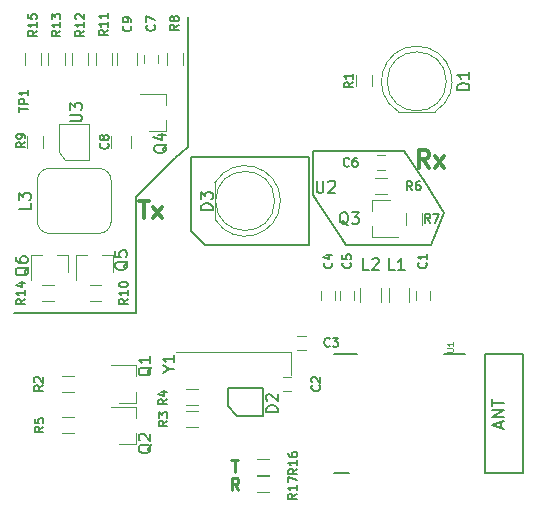
<source format=gto>
G04 #@! TF.GenerationSoftware,KiCad,Pcbnew,(5.1.0)-1*
G04 #@! TF.CreationDate,2019-04-11T16:46:24+05:30*
G04 #@! TF.ProjectId,senseBe_rev3_main,73656e73-6542-4655-9f72-6576335f6d61,rev?*
G04 #@! TF.SameCoordinates,Original*
G04 #@! TF.FileFunction,Legend,Top*
G04 #@! TF.FilePolarity,Positive*
%FSLAX46Y46*%
G04 Gerber Fmt 4.6, Leading zero omitted, Abs format (unit mm)*
G04 Created by KiCad (PCBNEW (5.1.0)-1) date 2019-04-11 16:46:24*
%MOMM*%
%LPD*%
G04 APERTURE LIST*
%ADD10C,0.250000*%
%ADD11C,0.300000*%
%ADD12C,0.200000*%
%ADD13C,0.120000*%
%ADD14C,0.150000*%
%ADD15C,0.050000*%
G04 APERTURE END LIST*
D10*
X29409523Y-50452380D02*
X29076190Y-49976190D01*
X28838095Y-50452380D02*
X28838095Y-49452380D01*
X29219047Y-49452380D01*
X29314285Y-49500000D01*
X29361904Y-49547619D01*
X29409523Y-49642857D01*
X29409523Y-49785714D01*
X29361904Y-49880952D01*
X29314285Y-49928571D01*
X29219047Y-49976190D01*
X28838095Y-49976190D01*
X28814285Y-47952380D02*
X29385714Y-47952380D01*
X29100000Y-48952380D02*
X29100000Y-47952380D01*
D11*
X20964285Y-25978571D02*
X21821428Y-25978571D01*
X21392857Y-27478571D02*
X21392857Y-25978571D01*
X22178571Y-27478571D02*
X22964285Y-26478571D01*
X22178571Y-26478571D02*
X22964285Y-27478571D01*
D12*
X25100000Y-21400000D02*
X25100000Y-10400000D01*
X24000000Y-22400000D02*
X25100000Y-21400000D01*
X20700000Y-25700000D02*
X24000000Y-22400000D01*
X20700000Y-35500000D02*
X20700000Y-25700000D01*
X10400000Y-35500000D02*
X20700000Y-35500000D01*
D11*
X45557142Y-23178571D02*
X45057142Y-22464285D01*
X44700000Y-23178571D02*
X44700000Y-21678571D01*
X45271428Y-21678571D01*
X45414285Y-21750000D01*
X45485714Y-21821428D01*
X45557142Y-21964285D01*
X45557142Y-22178571D01*
X45485714Y-22321428D01*
X45414285Y-22392857D01*
X45271428Y-22464285D01*
X44700000Y-22464285D01*
X46057142Y-23178571D02*
X46842857Y-22178571D01*
X46057142Y-22178571D02*
X46842857Y-23178571D01*
D12*
X35700000Y-21800000D02*
X35800000Y-21800000D01*
X35700000Y-25500000D02*
X35700000Y-21800000D01*
X38500000Y-29700000D02*
X35700000Y-25500000D01*
X45700000Y-29700000D02*
X38500000Y-29700000D01*
X46800000Y-27000000D02*
X45700000Y-29700000D01*
X45200000Y-24400000D02*
X46800000Y-27000000D01*
X43400000Y-21800000D02*
X45200000Y-24400000D01*
X35800000Y-21800000D02*
X43400000Y-21800000D01*
D13*
X32000000Y-49180000D02*
X31000000Y-49180000D01*
X31000000Y-47820000D02*
X32000000Y-47820000D01*
D14*
X35350000Y-29700000D02*
X35350000Y-22300000D01*
X35350000Y-22300000D02*
X25350000Y-22300000D01*
X25350000Y-22300000D02*
X25350000Y-28550000D01*
X26550000Y-29700000D02*
X35350000Y-29700000D01*
X26550000Y-29700000D02*
X25350000Y-28550000D01*
D13*
X32960000Y-26000462D02*
G75*
G03X27410000Y-24455170I-2990000J462D01*
G01*
X32960000Y-25999538D02*
G75*
G02X27410000Y-27544830I-2990000J-462D01*
G01*
X32470000Y-26000000D02*
G75*
G03X32470000Y-26000000I-2500000J0D01*
G01*
X27410000Y-24455000D02*
X27410000Y-27545000D01*
X33850000Y-40700000D02*
X33850000Y-38800000D01*
X33850000Y-38800000D02*
X24150000Y-38800000D01*
X42955000Y-18440000D02*
X46045000Y-18440000D01*
X47000000Y-15880000D02*
G75*
G03X47000000Y-15880000I-2500000J0D01*
G01*
X44499538Y-12890000D02*
G75*
G02X46044830Y-18440000I462J-2990000D01*
G01*
X44500462Y-12890000D02*
G75*
G03X42955170Y-18440000I-462J-2990000D01*
G01*
X20760000Y-43080000D02*
X19300000Y-43080000D01*
X20760000Y-39920000D02*
X18600000Y-39920000D01*
X20760000Y-39920000D02*
X20760000Y-40850000D01*
X20760000Y-43080000D02*
X20760000Y-42150000D01*
X20760000Y-46580000D02*
X20760000Y-45650000D01*
X20760000Y-43420000D02*
X20760000Y-44350000D01*
X20760000Y-43420000D02*
X18600000Y-43420000D01*
X20760000Y-46580000D02*
X19300000Y-46580000D01*
X40740000Y-25920000D02*
X40740000Y-26850000D01*
X40740000Y-29080000D02*
X40740000Y-28150000D01*
X40740000Y-29080000D02*
X42900000Y-29080000D01*
X40740000Y-25920000D02*
X42200000Y-25920000D01*
X23260000Y-20080000D02*
X21800000Y-20080000D01*
X23260000Y-16920000D02*
X21100000Y-16920000D01*
X23260000Y-16920000D02*
X23260000Y-17850000D01*
X23260000Y-20080000D02*
X23260000Y-19150000D01*
X18780000Y-30540000D02*
X17850000Y-30540000D01*
X15620000Y-30540000D02*
X16550000Y-30540000D01*
X15620000Y-30540000D02*
X15620000Y-32700000D01*
X18780000Y-30540000D02*
X18780000Y-32000000D01*
X14980000Y-30540000D02*
X14980000Y-32000000D01*
X11820000Y-30540000D02*
X11820000Y-32700000D01*
X11820000Y-30540000D02*
X12750000Y-30540000D01*
X14980000Y-30540000D02*
X14050000Y-30540000D01*
X44400000Y-34350000D02*
X44400000Y-33650000D01*
X45600000Y-33650000D02*
X45600000Y-34350000D01*
X33850000Y-42100000D02*
X33150000Y-42100000D01*
X33150000Y-40900000D02*
X33850000Y-40900000D01*
X34400000Y-37400000D02*
X35100000Y-37400000D01*
X35100000Y-38600000D02*
X34400000Y-38600000D01*
X36400000Y-34350000D02*
X36400000Y-33650000D01*
X37600000Y-33650000D02*
X37600000Y-34350000D01*
X39200000Y-33650000D02*
X39200000Y-34350000D01*
X38000000Y-34350000D02*
X38000000Y-33650000D01*
X41100000Y-22150000D02*
X41800000Y-22150000D01*
X41800000Y-23350000D02*
X41100000Y-23350000D01*
X21400000Y-14350000D02*
X21400000Y-13650000D01*
X22600000Y-13650000D02*
X22600000Y-14350000D01*
X20350000Y-21500000D02*
X20350000Y-20500000D01*
X18650000Y-20500000D02*
X18650000Y-21500000D01*
X19150000Y-13500000D02*
X19150000Y-14500000D01*
X20850000Y-14500000D02*
X20850000Y-13500000D01*
D14*
X28500000Y-43400000D02*
X29300000Y-44200000D01*
X29300000Y-44200000D02*
X31500000Y-44200000D01*
X31500000Y-44200000D02*
X31500000Y-41800000D01*
X31500000Y-41800000D02*
X28500000Y-41800000D01*
X28500000Y-41800000D02*
X28500000Y-43400000D01*
D13*
X43880000Y-33400000D02*
X43880000Y-34600000D01*
X42120000Y-34600000D02*
X42120000Y-33400000D01*
X41480000Y-33400000D02*
X41480000Y-34600000D01*
X39720000Y-34600000D02*
X39720000Y-33400000D01*
X39320000Y-16300000D02*
X39320000Y-15300000D01*
X40680000Y-15300000D02*
X40680000Y-16300000D01*
X15500000Y-42180000D02*
X14500000Y-42180000D01*
X14500000Y-40820000D02*
X15500000Y-40820000D01*
X25000000Y-43820000D02*
X26000000Y-43820000D01*
X26000000Y-45180000D02*
X25000000Y-45180000D01*
X26000000Y-43280000D02*
X25000000Y-43280000D01*
X25000000Y-41920000D02*
X26000000Y-41920000D01*
X14500000Y-44320000D02*
X15500000Y-44320000D01*
X15500000Y-45680000D02*
X14500000Y-45680000D01*
X41000000Y-24070000D02*
X42000000Y-24070000D01*
X42000000Y-25430000D02*
X41000000Y-25430000D01*
X44930000Y-27000000D02*
X44930000Y-28000000D01*
X43570000Y-28000000D02*
X43570000Y-27000000D01*
X23320000Y-14500000D02*
X23320000Y-13500000D01*
X24680000Y-13500000D02*
X24680000Y-14500000D01*
X11520000Y-21500000D02*
X11520000Y-20500000D01*
X12880000Y-20500000D02*
X12880000Y-21500000D01*
X16800000Y-33120000D02*
X17800000Y-33120000D01*
X17800000Y-34480000D02*
X16800000Y-34480000D01*
X18680000Y-13500000D02*
X18680000Y-14500000D01*
X17320000Y-14500000D02*
X17320000Y-13500000D01*
X16680000Y-13500000D02*
X16680000Y-14500000D01*
X15320000Y-14500000D02*
X15320000Y-13500000D01*
X13320000Y-14500000D02*
X13320000Y-13500000D01*
X14680000Y-13500000D02*
X14680000Y-14500000D01*
X12800000Y-33120000D02*
X13800000Y-33120000D01*
X13800000Y-34480000D02*
X12800000Y-34480000D01*
X12680000Y-13500000D02*
X12680000Y-14500000D01*
X11320000Y-14500000D02*
X11320000Y-13500000D01*
D14*
X53499600Y-49003800D02*
X50248400Y-49003800D01*
X37497600Y-49003800D02*
X38767600Y-49003800D01*
X37523000Y-38996200D02*
X39453400Y-38996200D01*
X53499600Y-38996200D02*
X50248400Y-38996200D01*
X46819400Y-38996200D02*
X48572000Y-38996200D01*
X53500000Y-39000000D02*
X53500000Y-49000000D01*
X50250000Y-49000000D02*
X50250000Y-39000000D01*
D13*
X13400000Y-28750000D02*
X17600000Y-28750000D01*
X18620000Y-27750000D02*
X18620000Y-24250000D01*
X17600000Y-23250000D02*
X13380000Y-23250000D01*
X12380000Y-24250000D02*
X12380000Y-27750000D01*
X13380000Y-28750000D02*
G75*
G02X12380000Y-27750000I0J1000000D01*
G01*
X12380000Y-24250000D02*
G75*
G02X13380000Y-23250000I1000000J0D01*
G01*
X18620000Y-27750000D02*
G75*
G02X17620000Y-28750000I-1000000J0D01*
G01*
X17620000Y-23250000D02*
G75*
G02X18620000Y-24250000I0J-1000000D01*
G01*
X31000000Y-49320000D02*
X32000000Y-49320000D01*
X32000000Y-50680000D02*
X31000000Y-50680000D01*
X16750000Y-22500000D02*
X14750000Y-22500000D01*
X14750000Y-22500000D02*
X14250000Y-21900000D01*
X14250000Y-21900000D02*
X14250000Y-19500000D01*
X14250000Y-19500000D02*
X16750000Y-19500000D01*
X16750000Y-19500000D02*
X16750000Y-22500000D01*
D14*
X34382925Y-48683742D02*
X34025782Y-48933742D01*
X34382925Y-49112314D02*
X33632925Y-49112314D01*
X33632925Y-48826600D01*
X33668640Y-48755171D01*
X33704354Y-48719457D01*
X33775782Y-48683742D01*
X33882925Y-48683742D01*
X33954354Y-48719457D01*
X33990068Y-48755171D01*
X34025782Y-48826600D01*
X34025782Y-49112314D01*
X34382925Y-47969457D02*
X34382925Y-48398028D01*
X34382925Y-48183742D02*
X33632925Y-48183742D01*
X33740068Y-48255171D01*
X33811497Y-48326600D01*
X33847211Y-48398028D01*
X33632925Y-47326600D02*
X33632925Y-47469457D01*
X33668640Y-47540885D01*
X33704354Y-47576600D01*
X33811497Y-47648028D01*
X33954354Y-47683742D01*
X34240068Y-47683742D01*
X34311497Y-47648028D01*
X34347211Y-47612314D01*
X34382925Y-47540885D01*
X34382925Y-47398028D01*
X34347211Y-47326600D01*
X34311497Y-47290885D01*
X34240068Y-47255171D01*
X34061497Y-47255171D01*
X33990068Y-47290885D01*
X33954354Y-47326600D01*
X33918640Y-47398028D01*
X33918640Y-47540885D01*
X33954354Y-47612314D01*
X33990068Y-47648028D01*
X34061497Y-47683742D01*
X36028095Y-24302380D02*
X36028095Y-25111904D01*
X36075714Y-25207142D01*
X36123333Y-25254761D01*
X36218571Y-25302380D01*
X36409047Y-25302380D01*
X36504285Y-25254761D01*
X36551904Y-25207142D01*
X36599523Y-25111904D01*
X36599523Y-24302380D01*
X37028095Y-24397619D02*
X37075714Y-24350000D01*
X37170952Y-24302380D01*
X37409047Y-24302380D01*
X37504285Y-24350000D01*
X37551904Y-24397619D01*
X37599523Y-24492857D01*
X37599523Y-24588095D01*
X37551904Y-24730952D01*
X36980476Y-25302380D01*
X37599523Y-25302380D01*
X27211300Y-26783275D02*
X26211300Y-26783275D01*
X26211300Y-26545180D01*
X26258920Y-26402322D01*
X26354158Y-26307084D01*
X26449396Y-26259465D01*
X26639872Y-26211846D01*
X26782729Y-26211846D01*
X26973205Y-26259465D01*
X27068443Y-26307084D01*
X27163681Y-26402322D01*
X27211300Y-26545180D01*
X27211300Y-26783275D01*
X26211300Y-25878513D02*
X26211300Y-25259465D01*
X26592253Y-25592799D01*
X26592253Y-25449941D01*
X26639872Y-25354703D01*
X26687491Y-25307084D01*
X26782729Y-25259465D01*
X27020824Y-25259465D01*
X27116062Y-25307084D01*
X27163681Y-25354703D01*
X27211300Y-25449941D01*
X27211300Y-25735656D01*
X27163681Y-25830894D01*
X27116062Y-25878513D01*
X23514390Y-40255150D02*
X23990580Y-40255150D01*
X22990580Y-40588483D02*
X23514390Y-40255150D01*
X22990580Y-39921817D01*
X23990580Y-39064674D02*
X23990580Y-39636102D01*
X23990580Y-39350388D02*
X22990580Y-39350388D01*
X23133438Y-39445626D01*
X23228676Y-39540864D01*
X23276295Y-39636102D01*
X48952380Y-16588095D02*
X47952380Y-16588095D01*
X47952380Y-16350000D01*
X48000000Y-16207142D01*
X48095238Y-16111904D01*
X48190476Y-16064285D01*
X48380952Y-16016666D01*
X48523809Y-16016666D01*
X48714285Y-16064285D01*
X48809523Y-16111904D01*
X48904761Y-16207142D01*
X48952380Y-16350000D01*
X48952380Y-16588095D01*
X48952380Y-15064285D02*
X48952380Y-15635714D01*
X48952380Y-15350000D02*
X47952380Y-15350000D01*
X48095238Y-15445238D01*
X48190476Y-15540476D01*
X48238095Y-15635714D01*
X22053819Y-40062158D02*
X22006200Y-40157396D01*
X21910961Y-40252634D01*
X21768104Y-40395491D01*
X21720485Y-40490729D01*
X21720485Y-40585967D01*
X21958580Y-40538348D02*
X21910961Y-40633586D01*
X21815723Y-40728824D01*
X21625247Y-40776443D01*
X21291914Y-40776443D01*
X21101438Y-40728824D01*
X21006200Y-40633586D01*
X20958580Y-40538348D01*
X20958580Y-40347872D01*
X21006200Y-40252634D01*
X21101438Y-40157396D01*
X21291914Y-40109777D01*
X21625247Y-40109777D01*
X21815723Y-40157396D01*
X21910961Y-40252634D01*
X21958580Y-40347872D01*
X21958580Y-40538348D01*
X21958580Y-39157396D02*
X21958580Y-39728824D01*
X21958580Y-39443110D02*
X20958580Y-39443110D01*
X21101438Y-39538348D01*
X21196676Y-39633586D01*
X21244295Y-39728824D01*
X22053819Y-46605198D02*
X22006200Y-46700436D01*
X21910961Y-46795674D01*
X21768104Y-46938531D01*
X21720485Y-47033769D01*
X21720485Y-47129007D01*
X21958580Y-47081388D02*
X21910961Y-47176626D01*
X21815723Y-47271864D01*
X21625247Y-47319483D01*
X21291914Y-47319483D01*
X21101438Y-47271864D01*
X21006200Y-47176626D01*
X20958580Y-47081388D01*
X20958580Y-46890912D01*
X21006200Y-46795674D01*
X21101438Y-46700436D01*
X21291914Y-46652817D01*
X21625247Y-46652817D01*
X21815723Y-46700436D01*
X21910961Y-46795674D01*
X21958580Y-46890912D01*
X21958580Y-47081388D01*
X21053819Y-46271864D02*
X21006200Y-46224245D01*
X20958580Y-46129007D01*
X20958580Y-45890912D01*
X21006200Y-45795674D01*
X21053819Y-45748055D01*
X21149057Y-45700436D01*
X21244295Y-45700436D01*
X21387152Y-45748055D01*
X21958580Y-46319483D01*
X21958580Y-45700436D01*
X38704761Y-28047619D02*
X38609523Y-28000000D01*
X38514285Y-27904761D01*
X38371428Y-27761904D01*
X38276190Y-27714285D01*
X38180952Y-27714285D01*
X38228571Y-27952380D02*
X38133333Y-27904761D01*
X38038095Y-27809523D01*
X37990476Y-27619047D01*
X37990476Y-27285714D01*
X38038095Y-27095238D01*
X38133333Y-27000000D01*
X38228571Y-26952380D01*
X38419047Y-26952380D01*
X38514285Y-27000000D01*
X38609523Y-27095238D01*
X38657142Y-27285714D01*
X38657142Y-27619047D01*
X38609523Y-27809523D01*
X38514285Y-27904761D01*
X38419047Y-27952380D01*
X38228571Y-27952380D01*
X38990476Y-26952380D02*
X39609523Y-26952380D01*
X39276190Y-27333333D01*
X39419047Y-27333333D01*
X39514285Y-27380952D01*
X39561904Y-27428571D01*
X39609523Y-27523809D01*
X39609523Y-27761904D01*
X39561904Y-27857142D01*
X39514285Y-27904761D01*
X39419047Y-27952380D01*
X39133333Y-27952380D01*
X39038095Y-27904761D01*
X38990476Y-27857142D01*
X23347619Y-21195238D02*
X23300000Y-21290476D01*
X23204761Y-21385714D01*
X23061904Y-21528571D01*
X23014285Y-21623809D01*
X23014285Y-21719047D01*
X23252380Y-21671428D02*
X23204761Y-21766666D01*
X23109523Y-21861904D01*
X22919047Y-21909523D01*
X22585714Y-21909523D01*
X22395238Y-21861904D01*
X22300000Y-21766666D01*
X22252380Y-21671428D01*
X22252380Y-21480952D01*
X22300000Y-21385714D01*
X22395238Y-21290476D01*
X22585714Y-21242857D01*
X22919047Y-21242857D01*
X23109523Y-21290476D01*
X23204761Y-21385714D01*
X23252380Y-21480952D01*
X23252380Y-21671428D01*
X22585714Y-20385714D02*
X23252380Y-20385714D01*
X22204761Y-20623809D02*
X22919047Y-20861904D01*
X22919047Y-20242857D01*
X20047619Y-31095238D02*
X20000000Y-31190476D01*
X19904761Y-31285714D01*
X19761904Y-31428571D01*
X19714285Y-31523809D01*
X19714285Y-31619047D01*
X19952380Y-31571428D02*
X19904761Y-31666666D01*
X19809523Y-31761904D01*
X19619047Y-31809523D01*
X19285714Y-31809523D01*
X19095238Y-31761904D01*
X19000000Y-31666666D01*
X18952380Y-31571428D01*
X18952380Y-31380952D01*
X19000000Y-31285714D01*
X19095238Y-31190476D01*
X19285714Y-31142857D01*
X19619047Y-31142857D01*
X19809523Y-31190476D01*
X19904761Y-31285714D01*
X19952380Y-31380952D01*
X19952380Y-31571428D01*
X18952380Y-30238095D02*
X18952380Y-30714285D01*
X19428571Y-30761904D01*
X19380952Y-30714285D01*
X19333333Y-30619047D01*
X19333333Y-30380952D01*
X19380952Y-30285714D01*
X19428571Y-30238095D01*
X19523809Y-30190476D01*
X19761904Y-30190476D01*
X19857142Y-30238095D01*
X19904761Y-30285714D01*
X19952380Y-30380952D01*
X19952380Y-30619047D01*
X19904761Y-30714285D01*
X19857142Y-30761904D01*
X11647619Y-31595238D02*
X11600000Y-31690476D01*
X11504761Y-31785714D01*
X11361904Y-31928571D01*
X11314285Y-32023809D01*
X11314285Y-32119047D01*
X11552380Y-32071428D02*
X11504761Y-32166666D01*
X11409523Y-32261904D01*
X11219047Y-32309523D01*
X10885714Y-32309523D01*
X10695238Y-32261904D01*
X10600000Y-32166666D01*
X10552380Y-32071428D01*
X10552380Y-31880952D01*
X10600000Y-31785714D01*
X10695238Y-31690476D01*
X10885714Y-31642857D01*
X11219047Y-31642857D01*
X11409523Y-31690476D01*
X11504761Y-31785714D01*
X11552380Y-31880952D01*
X11552380Y-32071428D01*
X10552380Y-30785714D02*
X10552380Y-30976190D01*
X10600000Y-31071428D01*
X10647619Y-31119047D01*
X10790476Y-31214285D01*
X10980952Y-31261904D01*
X11361904Y-31261904D01*
X11457142Y-31214285D01*
X11504761Y-31166666D01*
X11552380Y-31071428D01*
X11552380Y-30880952D01*
X11504761Y-30785714D01*
X11457142Y-30738095D01*
X11361904Y-30690476D01*
X11123809Y-30690476D01*
X11028571Y-30738095D01*
X10980952Y-30785714D01*
X10933333Y-30880952D01*
X10933333Y-31071428D01*
X10980952Y-31166666D01*
X11028571Y-31214285D01*
X11123809Y-31261904D01*
X10839285Y-18446428D02*
X10839285Y-18017857D01*
X11589285Y-18232142D02*
X10839285Y-18232142D01*
X11589285Y-17767857D02*
X10839285Y-17767857D01*
X10839285Y-17482142D01*
X10875000Y-17410714D01*
X10910714Y-17375000D01*
X10982142Y-17339285D01*
X11089285Y-17339285D01*
X11160714Y-17375000D01*
X11196428Y-17410714D01*
X11232142Y-17482142D01*
X11232142Y-17767857D01*
X11589285Y-16625000D02*
X11589285Y-17053571D01*
X11589285Y-16839285D02*
X10839285Y-16839285D01*
X10946428Y-16910714D01*
X11017857Y-16982142D01*
X11053571Y-17053571D01*
X45287857Y-31225000D02*
X45323571Y-31260714D01*
X45359285Y-31367857D01*
X45359285Y-31439285D01*
X45323571Y-31546428D01*
X45252142Y-31617857D01*
X45180714Y-31653571D01*
X45037857Y-31689285D01*
X44930714Y-31689285D01*
X44787857Y-31653571D01*
X44716428Y-31617857D01*
X44645000Y-31546428D01*
X44609285Y-31439285D01*
X44609285Y-31367857D01*
X44645000Y-31260714D01*
X44680714Y-31225000D01*
X45359285Y-30510714D02*
X45359285Y-30939285D01*
X45359285Y-30725000D02*
X44609285Y-30725000D01*
X44716428Y-30796428D01*
X44787857Y-30867857D01*
X44823571Y-30939285D01*
X36267857Y-41625000D02*
X36303571Y-41660714D01*
X36339285Y-41767857D01*
X36339285Y-41839285D01*
X36303571Y-41946428D01*
X36232142Y-42017857D01*
X36160714Y-42053571D01*
X36017857Y-42089285D01*
X35910714Y-42089285D01*
X35767857Y-42053571D01*
X35696428Y-42017857D01*
X35625000Y-41946428D01*
X35589285Y-41839285D01*
X35589285Y-41767857D01*
X35625000Y-41660714D01*
X35660714Y-41625000D01*
X35660714Y-41339285D02*
X35625000Y-41303571D01*
X35589285Y-41232142D01*
X35589285Y-41053571D01*
X35625000Y-40982142D01*
X35660714Y-40946428D01*
X35732142Y-40910714D01*
X35803571Y-40910714D01*
X35910714Y-40946428D01*
X36339285Y-41375000D01*
X36339285Y-40910714D01*
X37125000Y-38267857D02*
X37089285Y-38303571D01*
X36982142Y-38339285D01*
X36910714Y-38339285D01*
X36803571Y-38303571D01*
X36732142Y-38232142D01*
X36696428Y-38160714D01*
X36660714Y-38017857D01*
X36660714Y-37910714D01*
X36696428Y-37767857D01*
X36732142Y-37696428D01*
X36803571Y-37625000D01*
X36910714Y-37589285D01*
X36982142Y-37589285D01*
X37089285Y-37625000D01*
X37125000Y-37660714D01*
X37375000Y-37589285D02*
X37839285Y-37589285D01*
X37589285Y-37875000D01*
X37696428Y-37875000D01*
X37767857Y-37910714D01*
X37803571Y-37946428D01*
X37839285Y-38017857D01*
X37839285Y-38196428D01*
X37803571Y-38267857D01*
X37767857Y-38303571D01*
X37696428Y-38339285D01*
X37482142Y-38339285D01*
X37410714Y-38303571D01*
X37375000Y-38267857D01*
X37287857Y-31225000D02*
X37323571Y-31260714D01*
X37359285Y-31367857D01*
X37359285Y-31439285D01*
X37323571Y-31546428D01*
X37252142Y-31617857D01*
X37180714Y-31653571D01*
X37037857Y-31689285D01*
X36930714Y-31689285D01*
X36787857Y-31653571D01*
X36716428Y-31617857D01*
X36645000Y-31546428D01*
X36609285Y-31439285D01*
X36609285Y-31367857D01*
X36645000Y-31260714D01*
X36680714Y-31225000D01*
X36859285Y-30582142D02*
X37359285Y-30582142D01*
X36573571Y-30760714D02*
X37109285Y-30939285D01*
X37109285Y-30475000D01*
X38887857Y-31225000D02*
X38923571Y-31260714D01*
X38959285Y-31367857D01*
X38959285Y-31439285D01*
X38923571Y-31546428D01*
X38852142Y-31617857D01*
X38780714Y-31653571D01*
X38637857Y-31689285D01*
X38530714Y-31689285D01*
X38387857Y-31653571D01*
X38316428Y-31617857D01*
X38245000Y-31546428D01*
X38209285Y-31439285D01*
X38209285Y-31367857D01*
X38245000Y-31260714D01*
X38280714Y-31225000D01*
X38209285Y-30546428D02*
X38209285Y-30903571D01*
X38566428Y-30939285D01*
X38530714Y-30903571D01*
X38495000Y-30832142D01*
X38495000Y-30653571D01*
X38530714Y-30582142D01*
X38566428Y-30546428D01*
X38637857Y-30510714D01*
X38816428Y-30510714D01*
X38887857Y-30546428D01*
X38923571Y-30582142D01*
X38959285Y-30653571D01*
X38959285Y-30832142D01*
X38923571Y-30903571D01*
X38887857Y-30939285D01*
X38775000Y-23017857D02*
X38739285Y-23053571D01*
X38632142Y-23089285D01*
X38560714Y-23089285D01*
X38453571Y-23053571D01*
X38382142Y-22982142D01*
X38346428Y-22910714D01*
X38310714Y-22767857D01*
X38310714Y-22660714D01*
X38346428Y-22517857D01*
X38382142Y-22446428D01*
X38453571Y-22375000D01*
X38560714Y-22339285D01*
X38632142Y-22339285D01*
X38739285Y-22375000D01*
X38775000Y-22410714D01*
X39417857Y-22339285D02*
X39275000Y-22339285D01*
X39203571Y-22375000D01*
X39167857Y-22410714D01*
X39096428Y-22517857D01*
X39060714Y-22660714D01*
X39060714Y-22946428D01*
X39096428Y-23017857D01*
X39132142Y-23053571D01*
X39203571Y-23089285D01*
X39346428Y-23089285D01*
X39417857Y-23053571D01*
X39453571Y-23017857D01*
X39489285Y-22946428D01*
X39489285Y-22767857D01*
X39453571Y-22696428D01*
X39417857Y-22660714D01*
X39346428Y-22625000D01*
X39203571Y-22625000D01*
X39132142Y-22660714D01*
X39096428Y-22696428D01*
X39060714Y-22767857D01*
X22267857Y-11125000D02*
X22303571Y-11160714D01*
X22339285Y-11267857D01*
X22339285Y-11339285D01*
X22303571Y-11446428D01*
X22232142Y-11517857D01*
X22160714Y-11553571D01*
X22017857Y-11589285D01*
X21910714Y-11589285D01*
X21767857Y-11553571D01*
X21696428Y-11517857D01*
X21625000Y-11446428D01*
X21589285Y-11339285D01*
X21589285Y-11267857D01*
X21625000Y-11160714D01*
X21660714Y-11125000D01*
X21589285Y-10875000D02*
X21589285Y-10375000D01*
X22339285Y-10696428D01*
X18367857Y-21125000D02*
X18403571Y-21160714D01*
X18439285Y-21267857D01*
X18439285Y-21339285D01*
X18403571Y-21446428D01*
X18332142Y-21517857D01*
X18260714Y-21553571D01*
X18117857Y-21589285D01*
X18010714Y-21589285D01*
X17867857Y-21553571D01*
X17796428Y-21517857D01*
X17725000Y-21446428D01*
X17689285Y-21339285D01*
X17689285Y-21267857D01*
X17725000Y-21160714D01*
X17760714Y-21125000D01*
X18010714Y-20696428D02*
X17975000Y-20767857D01*
X17939285Y-20803571D01*
X17867857Y-20839285D01*
X17832142Y-20839285D01*
X17760714Y-20803571D01*
X17725000Y-20767857D01*
X17689285Y-20696428D01*
X17689285Y-20553571D01*
X17725000Y-20482142D01*
X17760714Y-20446428D01*
X17832142Y-20410714D01*
X17867857Y-20410714D01*
X17939285Y-20446428D01*
X17975000Y-20482142D01*
X18010714Y-20553571D01*
X18010714Y-20696428D01*
X18046428Y-20767857D01*
X18082142Y-20803571D01*
X18153571Y-20839285D01*
X18296428Y-20839285D01*
X18367857Y-20803571D01*
X18403571Y-20767857D01*
X18439285Y-20696428D01*
X18439285Y-20553571D01*
X18403571Y-20482142D01*
X18367857Y-20446428D01*
X18296428Y-20410714D01*
X18153571Y-20410714D01*
X18082142Y-20446428D01*
X18046428Y-20482142D01*
X18010714Y-20553571D01*
X20267857Y-11175000D02*
X20303571Y-11210714D01*
X20339285Y-11317857D01*
X20339285Y-11389285D01*
X20303571Y-11496428D01*
X20232142Y-11567857D01*
X20160714Y-11603571D01*
X20017857Y-11639285D01*
X19910714Y-11639285D01*
X19767857Y-11603571D01*
X19696428Y-11567857D01*
X19625000Y-11496428D01*
X19589285Y-11389285D01*
X19589285Y-11317857D01*
X19625000Y-11210714D01*
X19660714Y-11175000D01*
X20339285Y-10817857D02*
X20339285Y-10675000D01*
X20303571Y-10603571D01*
X20267857Y-10567857D01*
X20160714Y-10496428D01*
X20017857Y-10460714D01*
X19732142Y-10460714D01*
X19660714Y-10496428D01*
X19625000Y-10532142D01*
X19589285Y-10603571D01*
X19589285Y-10746428D01*
X19625000Y-10817857D01*
X19660714Y-10853571D01*
X19732142Y-10889285D01*
X19910714Y-10889285D01*
X19982142Y-10853571D01*
X20017857Y-10817857D01*
X20053571Y-10746428D01*
X20053571Y-10603571D01*
X20017857Y-10532142D01*
X19982142Y-10496428D01*
X19910714Y-10460714D01*
X32748500Y-43880015D02*
X31748500Y-43880015D01*
X31748500Y-43641920D01*
X31796120Y-43499062D01*
X31891358Y-43403824D01*
X31986596Y-43356205D01*
X32177072Y-43308586D01*
X32319929Y-43308586D01*
X32510405Y-43356205D01*
X32605643Y-43403824D01*
X32700881Y-43499062D01*
X32748500Y-43641920D01*
X32748500Y-43880015D01*
X31843739Y-42927634D02*
X31796120Y-42880015D01*
X31748500Y-42784777D01*
X31748500Y-42546681D01*
X31796120Y-42451443D01*
X31843739Y-42403824D01*
X31938977Y-42356205D01*
X32034215Y-42356205D01*
X32177072Y-42403824D01*
X32748500Y-42975253D01*
X32748500Y-42356205D01*
X42633333Y-31852380D02*
X42157142Y-31852380D01*
X42157142Y-30852380D01*
X43490476Y-31852380D02*
X42919047Y-31852380D01*
X43204761Y-31852380D02*
X43204761Y-30852380D01*
X43109523Y-30995238D01*
X43014285Y-31090476D01*
X42919047Y-31138095D01*
X40433333Y-31852380D02*
X39957142Y-31852380D01*
X39957142Y-30852380D01*
X40719047Y-30947619D02*
X40766666Y-30900000D01*
X40861904Y-30852380D01*
X41100000Y-30852380D01*
X41195238Y-30900000D01*
X41242857Y-30947619D01*
X41290476Y-31042857D01*
X41290476Y-31138095D01*
X41242857Y-31280952D01*
X40671428Y-31852380D01*
X41290476Y-31852380D01*
X39089545Y-15951760D02*
X38732402Y-16201760D01*
X39089545Y-16380331D02*
X38339545Y-16380331D01*
X38339545Y-16094617D01*
X38375260Y-16023188D01*
X38410974Y-15987474D01*
X38482402Y-15951760D01*
X38589545Y-15951760D01*
X38660974Y-15987474D01*
X38696688Y-16023188D01*
X38732402Y-16094617D01*
X38732402Y-16380331D01*
X39089545Y-15237474D02*
X39089545Y-15666045D01*
X39089545Y-15451760D02*
X38339545Y-15451760D01*
X38446688Y-15523188D01*
X38518117Y-15594617D01*
X38553831Y-15666045D01*
X12839285Y-41625000D02*
X12482142Y-41875000D01*
X12839285Y-42053571D02*
X12089285Y-42053571D01*
X12089285Y-41767857D01*
X12125000Y-41696428D01*
X12160714Y-41660714D01*
X12232142Y-41625000D01*
X12339285Y-41625000D01*
X12410714Y-41660714D01*
X12446428Y-41696428D01*
X12482142Y-41767857D01*
X12482142Y-42053571D01*
X12160714Y-41339285D02*
X12125000Y-41303571D01*
X12089285Y-41232142D01*
X12089285Y-41053571D01*
X12125000Y-40982142D01*
X12160714Y-40946428D01*
X12232142Y-40910714D01*
X12303571Y-40910714D01*
X12410714Y-40946428D01*
X12839285Y-41375000D01*
X12839285Y-40910714D01*
X23389805Y-44618200D02*
X23032662Y-44868200D01*
X23389805Y-45046771D02*
X22639805Y-45046771D01*
X22639805Y-44761057D01*
X22675520Y-44689628D01*
X22711234Y-44653914D01*
X22782662Y-44618200D01*
X22889805Y-44618200D01*
X22961234Y-44653914D01*
X22996948Y-44689628D01*
X23032662Y-44761057D01*
X23032662Y-45046771D01*
X22639805Y-44368200D02*
X22639805Y-43903914D01*
X22925520Y-44153914D01*
X22925520Y-44046771D01*
X22961234Y-43975342D01*
X22996948Y-43939628D01*
X23068377Y-43903914D01*
X23246948Y-43903914D01*
X23318377Y-43939628D01*
X23354091Y-43975342D01*
X23389805Y-44046771D01*
X23389805Y-44261057D01*
X23354091Y-44332485D01*
X23318377Y-44368200D01*
X23354245Y-42784320D02*
X22997102Y-43034320D01*
X23354245Y-43212891D02*
X22604245Y-43212891D01*
X22604245Y-42927177D01*
X22639960Y-42855748D01*
X22675674Y-42820034D01*
X22747102Y-42784320D01*
X22854245Y-42784320D01*
X22925674Y-42820034D01*
X22961388Y-42855748D01*
X22997102Y-42927177D01*
X22997102Y-43212891D01*
X22854245Y-42141462D02*
X23354245Y-42141462D01*
X22568531Y-42320034D02*
X23104245Y-42498605D01*
X23104245Y-42034320D01*
X12889285Y-45125000D02*
X12532142Y-45375000D01*
X12889285Y-45553571D02*
X12139285Y-45553571D01*
X12139285Y-45267857D01*
X12175000Y-45196428D01*
X12210714Y-45160714D01*
X12282142Y-45125000D01*
X12389285Y-45125000D01*
X12460714Y-45160714D01*
X12496428Y-45196428D01*
X12532142Y-45267857D01*
X12532142Y-45553571D01*
X12139285Y-44446428D02*
X12139285Y-44803571D01*
X12496428Y-44839285D01*
X12460714Y-44803571D01*
X12425000Y-44732142D01*
X12425000Y-44553571D01*
X12460714Y-44482142D01*
X12496428Y-44446428D01*
X12567857Y-44410714D01*
X12746428Y-44410714D01*
X12817857Y-44446428D01*
X12853571Y-44482142D01*
X12889285Y-44553571D01*
X12889285Y-44732142D01*
X12853571Y-44803571D01*
X12817857Y-44839285D01*
X44125000Y-25089285D02*
X43875000Y-24732142D01*
X43696428Y-25089285D02*
X43696428Y-24339285D01*
X43982142Y-24339285D01*
X44053571Y-24375000D01*
X44089285Y-24410714D01*
X44125000Y-24482142D01*
X44125000Y-24589285D01*
X44089285Y-24660714D01*
X44053571Y-24696428D01*
X43982142Y-24732142D01*
X43696428Y-24732142D01*
X44767857Y-24339285D02*
X44625000Y-24339285D01*
X44553571Y-24375000D01*
X44517857Y-24410714D01*
X44446428Y-24517857D01*
X44410714Y-24660714D01*
X44410714Y-24946428D01*
X44446428Y-25017857D01*
X44482142Y-25053571D01*
X44553571Y-25089285D01*
X44696428Y-25089285D01*
X44767857Y-25053571D01*
X44803571Y-25017857D01*
X44839285Y-24946428D01*
X44839285Y-24767857D01*
X44803571Y-24696428D01*
X44767857Y-24660714D01*
X44696428Y-24625000D01*
X44553571Y-24625000D01*
X44482142Y-24660714D01*
X44446428Y-24696428D01*
X44410714Y-24767857D01*
X45625000Y-27839285D02*
X45375000Y-27482142D01*
X45196428Y-27839285D02*
X45196428Y-27089285D01*
X45482142Y-27089285D01*
X45553571Y-27125000D01*
X45589285Y-27160714D01*
X45625000Y-27232142D01*
X45625000Y-27339285D01*
X45589285Y-27410714D01*
X45553571Y-27446428D01*
X45482142Y-27482142D01*
X45196428Y-27482142D01*
X45875000Y-27089285D02*
X46375000Y-27089285D01*
X46053571Y-27839285D01*
X24339285Y-11075000D02*
X23982142Y-11325000D01*
X24339285Y-11503571D02*
X23589285Y-11503571D01*
X23589285Y-11217857D01*
X23625000Y-11146428D01*
X23660714Y-11110714D01*
X23732142Y-11075000D01*
X23839285Y-11075000D01*
X23910714Y-11110714D01*
X23946428Y-11146428D01*
X23982142Y-11217857D01*
X23982142Y-11503571D01*
X23910714Y-10646428D02*
X23875000Y-10717857D01*
X23839285Y-10753571D01*
X23767857Y-10789285D01*
X23732142Y-10789285D01*
X23660714Y-10753571D01*
X23625000Y-10717857D01*
X23589285Y-10646428D01*
X23589285Y-10503571D01*
X23625000Y-10432142D01*
X23660714Y-10396428D01*
X23732142Y-10360714D01*
X23767857Y-10360714D01*
X23839285Y-10396428D01*
X23875000Y-10432142D01*
X23910714Y-10503571D01*
X23910714Y-10646428D01*
X23946428Y-10717857D01*
X23982142Y-10753571D01*
X24053571Y-10789285D01*
X24196428Y-10789285D01*
X24267857Y-10753571D01*
X24303571Y-10717857D01*
X24339285Y-10646428D01*
X24339285Y-10503571D01*
X24303571Y-10432142D01*
X24267857Y-10396428D01*
X24196428Y-10360714D01*
X24053571Y-10360714D01*
X23982142Y-10396428D01*
X23946428Y-10432142D01*
X23910714Y-10503571D01*
X11339285Y-21025000D02*
X10982142Y-21275000D01*
X11339285Y-21453571D02*
X10589285Y-21453571D01*
X10589285Y-21167857D01*
X10625000Y-21096428D01*
X10660714Y-21060714D01*
X10732142Y-21025000D01*
X10839285Y-21025000D01*
X10910714Y-21060714D01*
X10946428Y-21096428D01*
X10982142Y-21167857D01*
X10982142Y-21453571D01*
X11339285Y-20667857D02*
X11339285Y-20525000D01*
X11303571Y-20453571D01*
X11267857Y-20417857D01*
X11160714Y-20346428D01*
X11017857Y-20310714D01*
X10732142Y-20310714D01*
X10660714Y-20346428D01*
X10625000Y-20382142D01*
X10589285Y-20453571D01*
X10589285Y-20596428D01*
X10625000Y-20667857D01*
X10660714Y-20703571D01*
X10732142Y-20739285D01*
X10910714Y-20739285D01*
X10982142Y-20703571D01*
X11017857Y-20667857D01*
X11053571Y-20596428D01*
X11053571Y-20453571D01*
X11017857Y-20382142D01*
X10982142Y-20346428D01*
X10910714Y-20310714D01*
X20039285Y-34282142D02*
X19682142Y-34532142D01*
X20039285Y-34710714D02*
X19289285Y-34710714D01*
X19289285Y-34425000D01*
X19325000Y-34353571D01*
X19360714Y-34317857D01*
X19432142Y-34282142D01*
X19539285Y-34282142D01*
X19610714Y-34317857D01*
X19646428Y-34353571D01*
X19682142Y-34425000D01*
X19682142Y-34710714D01*
X20039285Y-33567857D02*
X20039285Y-33996428D01*
X20039285Y-33782142D02*
X19289285Y-33782142D01*
X19396428Y-33853571D01*
X19467857Y-33925000D01*
X19503571Y-33996428D01*
X19289285Y-33103571D02*
X19289285Y-33032142D01*
X19325000Y-32960714D01*
X19360714Y-32925000D01*
X19432142Y-32889285D01*
X19575000Y-32853571D01*
X19753571Y-32853571D01*
X19896428Y-32889285D01*
X19967857Y-32925000D01*
X20003571Y-32960714D01*
X20039285Y-33032142D01*
X20039285Y-33103571D01*
X20003571Y-33175000D01*
X19967857Y-33210714D01*
X19896428Y-33246428D01*
X19753571Y-33282142D01*
X19575000Y-33282142D01*
X19432142Y-33246428D01*
X19360714Y-33210714D01*
X19325000Y-33175000D01*
X19289285Y-33103571D01*
X18339285Y-11532142D02*
X17982142Y-11782142D01*
X18339285Y-11960714D02*
X17589285Y-11960714D01*
X17589285Y-11675000D01*
X17625000Y-11603571D01*
X17660714Y-11567857D01*
X17732142Y-11532142D01*
X17839285Y-11532142D01*
X17910714Y-11567857D01*
X17946428Y-11603571D01*
X17982142Y-11675000D01*
X17982142Y-11960714D01*
X18339285Y-10817857D02*
X18339285Y-11246428D01*
X18339285Y-11032142D02*
X17589285Y-11032142D01*
X17696428Y-11103571D01*
X17767857Y-11175000D01*
X17803571Y-11246428D01*
X18339285Y-10103571D02*
X18339285Y-10532142D01*
X18339285Y-10317857D02*
X17589285Y-10317857D01*
X17696428Y-10389285D01*
X17767857Y-10460714D01*
X17803571Y-10532142D01*
X16339285Y-11582142D02*
X15982142Y-11832142D01*
X16339285Y-12010714D02*
X15589285Y-12010714D01*
X15589285Y-11725000D01*
X15625000Y-11653571D01*
X15660714Y-11617857D01*
X15732142Y-11582142D01*
X15839285Y-11582142D01*
X15910714Y-11617857D01*
X15946428Y-11653571D01*
X15982142Y-11725000D01*
X15982142Y-12010714D01*
X16339285Y-10867857D02*
X16339285Y-11296428D01*
X16339285Y-11082142D02*
X15589285Y-11082142D01*
X15696428Y-11153571D01*
X15767857Y-11225000D01*
X15803571Y-11296428D01*
X15660714Y-10582142D02*
X15625000Y-10546428D01*
X15589285Y-10475000D01*
X15589285Y-10296428D01*
X15625000Y-10225000D01*
X15660714Y-10189285D01*
X15732142Y-10153571D01*
X15803571Y-10153571D01*
X15910714Y-10189285D01*
X16339285Y-10617857D01*
X16339285Y-10153571D01*
X14339285Y-11582142D02*
X13982142Y-11832142D01*
X14339285Y-12010714D02*
X13589285Y-12010714D01*
X13589285Y-11725000D01*
X13625000Y-11653571D01*
X13660714Y-11617857D01*
X13732142Y-11582142D01*
X13839285Y-11582142D01*
X13910714Y-11617857D01*
X13946428Y-11653571D01*
X13982142Y-11725000D01*
X13982142Y-12010714D01*
X14339285Y-10867857D02*
X14339285Y-11296428D01*
X14339285Y-11082142D02*
X13589285Y-11082142D01*
X13696428Y-11153571D01*
X13767857Y-11225000D01*
X13803571Y-11296428D01*
X13589285Y-10617857D02*
X13589285Y-10153571D01*
X13875000Y-10403571D01*
X13875000Y-10296428D01*
X13910714Y-10225000D01*
X13946428Y-10189285D01*
X14017857Y-10153571D01*
X14196428Y-10153571D01*
X14267857Y-10189285D01*
X14303571Y-10225000D01*
X14339285Y-10296428D01*
X14339285Y-10510714D01*
X14303571Y-10582142D01*
X14267857Y-10617857D01*
X11339285Y-34282142D02*
X10982142Y-34532142D01*
X11339285Y-34710714D02*
X10589285Y-34710714D01*
X10589285Y-34425000D01*
X10625000Y-34353571D01*
X10660714Y-34317857D01*
X10732142Y-34282142D01*
X10839285Y-34282142D01*
X10910714Y-34317857D01*
X10946428Y-34353571D01*
X10982142Y-34425000D01*
X10982142Y-34710714D01*
X11339285Y-33567857D02*
X11339285Y-33996428D01*
X11339285Y-33782142D02*
X10589285Y-33782142D01*
X10696428Y-33853571D01*
X10767857Y-33925000D01*
X10803571Y-33996428D01*
X10839285Y-32925000D02*
X11339285Y-32925000D01*
X10553571Y-33103571D02*
X11089285Y-33282142D01*
X11089285Y-32817857D01*
X12339285Y-11582142D02*
X11982142Y-11832142D01*
X12339285Y-12010714D02*
X11589285Y-12010714D01*
X11589285Y-11725000D01*
X11625000Y-11653571D01*
X11660714Y-11617857D01*
X11732142Y-11582142D01*
X11839285Y-11582142D01*
X11910714Y-11617857D01*
X11946428Y-11653571D01*
X11982142Y-11725000D01*
X11982142Y-12010714D01*
X12339285Y-10867857D02*
X12339285Y-11296428D01*
X12339285Y-11082142D02*
X11589285Y-11082142D01*
X11696428Y-11153571D01*
X11767857Y-11225000D01*
X11803571Y-11296428D01*
X11589285Y-10189285D02*
X11589285Y-10546428D01*
X11946428Y-10582142D01*
X11910714Y-10546428D01*
X11875000Y-10475000D01*
X11875000Y-10296428D01*
X11910714Y-10225000D01*
X11946428Y-10189285D01*
X12017857Y-10153571D01*
X12196428Y-10153571D01*
X12267857Y-10189285D01*
X12303571Y-10225000D01*
X12339285Y-10296428D01*
X12339285Y-10475000D01*
X12303571Y-10546428D01*
X12267857Y-10582142D01*
D15*
X47081970Y-38770532D02*
X47486732Y-38770532D01*
X47534351Y-38746722D01*
X47558160Y-38722913D01*
X47581970Y-38675294D01*
X47581970Y-38580056D01*
X47558160Y-38532437D01*
X47534351Y-38508627D01*
X47486732Y-38484818D01*
X47081970Y-38484818D01*
X47581970Y-37984818D02*
X47581970Y-38270532D01*
X47581970Y-38127675D02*
X47081970Y-38127675D01*
X47153399Y-38175294D01*
X47201018Y-38222913D01*
X47224827Y-38270532D01*
D14*
X51616666Y-45192857D02*
X51616666Y-44716666D01*
X51902380Y-45288095D02*
X50902380Y-44954761D01*
X51902380Y-44621428D01*
X51902380Y-44288095D02*
X50902380Y-44288095D01*
X51902380Y-43716666D01*
X50902380Y-43716666D01*
X50902380Y-43383333D02*
X50902380Y-42811904D01*
X51902380Y-43097619D02*
X50902380Y-43097619D01*
X11802380Y-26166666D02*
X11802380Y-26642857D01*
X10802380Y-26642857D01*
X10802380Y-25928571D02*
X10802380Y-25309523D01*
X11183333Y-25642857D01*
X11183333Y-25500000D01*
X11230952Y-25404761D01*
X11278571Y-25357142D01*
X11373809Y-25309523D01*
X11611904Y-25309523D01*
X11707142Y-25357142D01*
X11754761Y-25404761D01*
X11802380Y-25500000D01*
X11802380Y-25785714D01*
X11754761Y-25880952D01*
X11707142Y-25928571D01*
X34337205Y-50802102D02*
X33980062Y-51052102D01*
X34337205Y-51230674D02*
X33587205Y-51230674D01*
X33587205Y-50944960D01*
X33622920Y-50873531D01*
X33658634Y-50837817D01*
X33730062Y-50802102D01*
X33837205Y-50802102D01*
X33908634Y-50837817D01*
X33944348Y-50873531D01*
X33980062Y-50944960D01*
X33980062Y-51230674D01*
X34337205Y-50087817D02*
X34337205Y-50516388D01*
X34337205Y-50302102D02*
X33587205Y-50302102D01*
X33694348Y-50373531D01*
X33765777Y-50444960D01*
X33801491Y-50516388D01*
X33587205Y-49837817D02*
X33587205Y-49337817D01*
X34337205Y-49659245D01*
X15152380Y-19261904D02*
X15961904Y-19261904D01*
X16057142Y-19214285D01*
X16104761Y-19166666D01*
X16152380Y-19071428D01*
X16152380Y-18880952D01*
X16104761Y-18785714D01*
X16057142Y-18738095D01*
X15961904Y-18690476D01*
X15152380Y-18690476D01*
X15152380Y-18309523D02*
X15152380Y-17690476D01*
X15533333Y-18023809D01*
X15533333Y-17880952D01*
X15580952Y-17785714D01*
X15628571Y-17738095D01*
X15723809Y-17690476D01*
X15961904Y-17690476D01*
X16057142Y-17738095D01*
X16104761Y-17785714D01*
X16152380Y-17880952D01*
X16152380Y-18166666D01*
X16104761Y-18261904D01*
X16057142Y-18309523D01*
M02*

</source>
